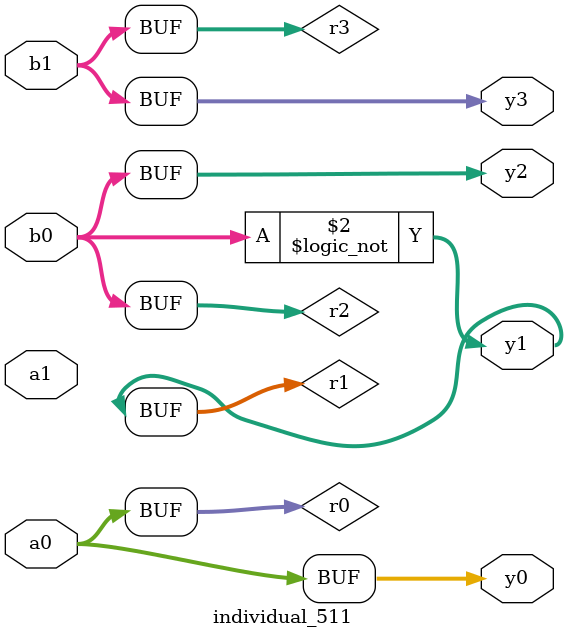
<source format=sv>
module individual_511(input logic [15:0] a1, input logic [15:0] a0, input logic [15:0] b1, input logic [15:0] b0, output logic [15:0] y3, output logic [15:0] y2, output logic [15:0] y1, output logic [15:0] y0);
logic [15:0] r0, r1, r2, r3; 
 always@(*) begin 
	 r0 = a0; r1 = a1; r2 = b0; r3 = b1; 
 	 r1 = ! r2 ;
 	 y3 = r3; y2 = r2; y1 = r1; y0 = r0; 
end
endmodule
</source>
